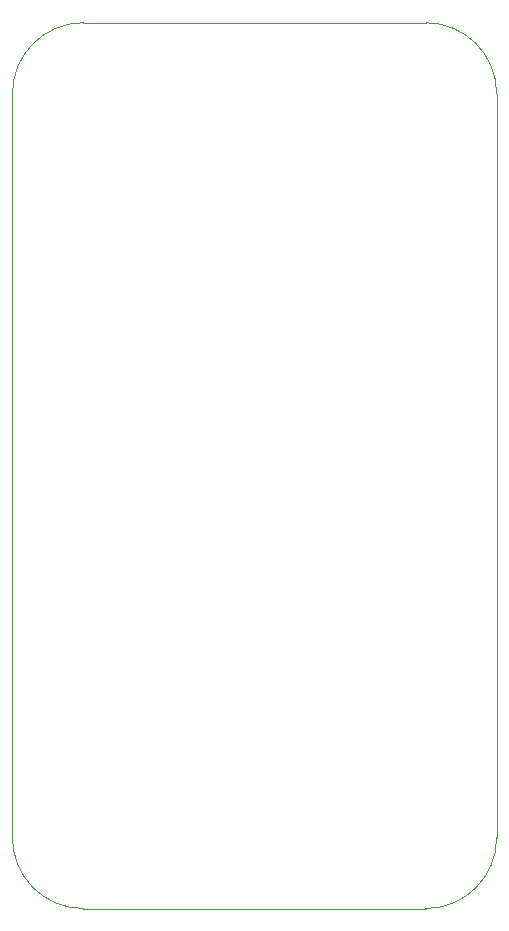
<source format=gbr>
%TF.GenerationSoftware,KiCad,Pcbnew,8.0.7*%
%TF.CreationDate,2025-02-21T23:23:42-08:00*%
%TF.ProjectId,Attiny2x4x8x Programmers,41747469-6e79-4327-9834-783878205072,rev?*%
%TF.SameCoordinates,Original*%
%TF.FileFunction,Profile,NP*%
%FSLAX46Y46*%
G04 Gerber Fmt 4.6, Leading zero omitted, Abs format (unit mm)*
G04 Created by KiCad (PCBNEW 8.0.7) date 2025-02-21 23:23:42*
%MOMM*%
%LPD*%
G01*
G04 APERTURE LIST*
%TA.AperFunction,Profile*%
%ADD10C,0.050000*%
%TD*%
G04 APERTURE END LIST*
D10*
X72000000Y-110000000D02*
G75*
G02*
X66000000Y-104000000I0J6000000D01*
G01*
X107000000Y-104000000D02*
G75*
G02*
X101000000Y-110000000I-6000000J0D01*
G01*
X66000000Y-41000000D02*
G75*
G02*
X72000000Y-35000000I6000000J0D01*
G01*
X101000000Y-35000000D02*
G75*
G02*
X107000000Y-41000000I0J-6000000D01*
G01*
X66000000Y-104000000D02*
X66000000Y-41000000D01*
X107000000Y-41000000D02*
X107000000Y-104000000D01*
X101000000Y-110000000D02*
X72000000Y-110000000D01*
X72000000Y-35000000D02*
X101000000Y-35000000D01*
M02*

</source>
